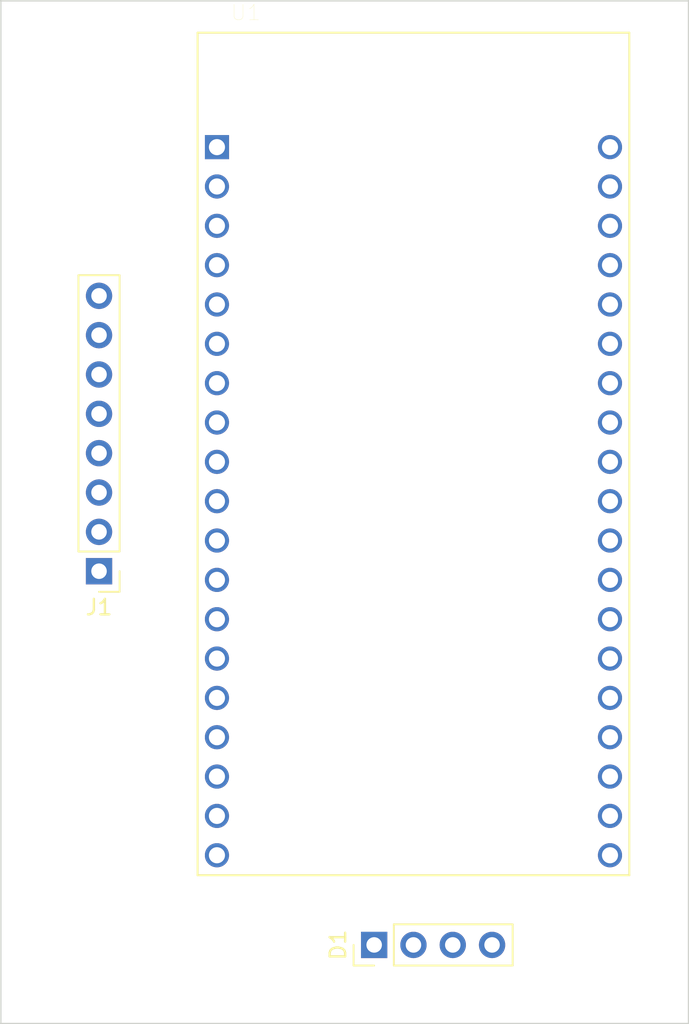
<source format=kicad_pcb>
(kicad_pcb (version 20171130) (host pcbnew "(5.1.6)-1")

  (general
    (thickness 1.6)
    (drawings 4)
    (tracks 0)
    (zones 0)
    (modules 3)
    (nets 40)
  )

  (page A4)
  (layers
    (0 F.Cu signal)
    (31 B.Cu signal)
    (32 B.Adhes user)
    (33 F.Adhes user)
    (34 B.Paste user)
    (35 F.Paste user)
    (36 B.SilkS user)
    (37 F.SilkS user)
    (38 B.Mask user)
    (39 F.Mask user)
    (40 Dwgs.User user)
    (41 Cmts.User user)
    (42 Eco1.User user)
    (43 Eco2.User user)
    (44 Edge.Cuts user)
    (45 Margin user)
    (46 B.CrtYd user)
    (47 F.CrtYd user)
    (48 B.Fab user)
    (49 F.Fab user)
  )

  (setup
    (last_trace_width 0.25)
    (trace_clearance 0.2)
    (zone_clearance 0.508)
    (zone_45_only no)
    (trace_min 0.2)
    (via_size 0.8)
    (via_drill 0.4)
    (via_min_size 0.4)
    (via_min_drill 0.3)
    (uvia_size 0.3)
    (uvia_drill 0.1)
    (uvias_allowed no)
    (uvia_min_size 0.2)
    (uvia_min_drill 0.1)
    (edge_width 0.05)
    (segment_width 0.2)
    (pcb_text_width 0.3)
    (pcb_text_size 1.5 1.5)
    (mod_edge_width 0.12)
    (mod_text_size 1 1)
    (mod_text_width 0.15)
    (pad_size 1.524 1.524)
    (pad_drill 0.762)
    (pad_to_mask_clearance 0.05)
    (aux_axis_origin 0 0)
    (grid_origin 242.57 12.7)
    (visible_elements 7FFFFFFF)
    (pcbplotparams
      (layerselection 0x010fc_ffffffff)
      (usegerberextensions false)
      (usegerberattributes true)
      (usegerberadvancedattributes true)
      (creategerberjobfile true)
      (excludeedgelayer true)
      (linewidth 0.100000)
      (plotframeref false)
      (viasonmask false)
      (mode 1)
      (useauxorigin false)
      (hpglpennumber 1)
      (hpglpenspeed 20)
      (hpglpendiameter 15.000000)
      (psnegative false)
      (psa4output false)
      (plotreference true)
      (plotvalue true)
      (plotinvisibletext false)
      (padsonsilk false)
      (subtractmaskfromsilk false)
      (outputformat 1)
      (mirror false)
      (drillshape 1)
      (scaleselection 1)
      (outputdirectory ""))
  )

  (net 0 "")
  (net 1 "Net-(D1-Pad4)")
  (net 2 "Net-(D1-Pad3)")
  (net 3 "Net-(D1-Pad2)")
  (net 4 "Net-(D1-Pad1)")
  (net 5 "Net-(J1-Pad7)")
  (net 6 "Net-(J1-Pad5)")
  (net 7 "Net-(J1-Pad4)")
  (net 8 "Net-(J1-Pad3)")
  (net 9 "Net-(J1-Pad2)")
  (net 10 "Net-(J1-Pad1)")
  (net 11 "Net-(J1-Pad8)")
  (net 12 "Net-(U1-Pad38)")
  (net 13 "Net-(U1-Pad37)")
  (net 14 "Net-(U1-Pad36)")
  (net 15 "Net-(U1-Pad35)")
  (net 16 "Net-(U1-Pad34)")
  (net 17 "Net-(U1-Pad33)")
  (net 18 "Net-(U1-Pad32)")
  (net 19 "Net-(U1-Pad31)")
  (net 20 "Net-(U1-Pad30)")
  (net 21 "Net-(U1-Pad29)")
  (net 22 "Net-(U1-Pad28)")
  (net 23 "Net-(U1-Pad27)")
  (net 24 "Net-(U1-Pad26)")
  (net 25 "Net-(U1-Pad25)")
  (net 26 "Net-(U1-Pad24)")
  (net 27 "Net-(U1-Pad23)")
  (net 28 "Net-(U1-Pad22)")
  (net 29 "Net-(U1-Pad21)")
  (net 30 "Net-(U1-Pad20)")
  (net 31 "Net-(U1-Pad17)")
  (net 32 "Net-(U1-Pad16)")
  (net 33 "Net-(U1-Pad12)")
  (net 34 "Net-(U1-Pad11)")
  (net 35 "Net-(U1-Pad10)")
  (net 36 "Net-(U1-Pad9)")
  (net 37 "Net-(U1-Pad8)")
  (net 38 "Net-(U1-Pad7)")
  (net 39 "Net-(U1-Pad6)")

  (net_class Default "This is the default net class."
    (clearance 0.2)
    (trace_width 0.25)
    (via_dia 0.8)
    (via_drill 0.4)
    (uvia_dia 0.3)
    (uvia_drill 0.1)
    (add_net "Net-(D1-Pad1)")
    (add_net "Net-(D1-Pad2)")
    (add_net "Net-(D1-Pad3)")
    (add_net "Net-(D1-Pad4)")
    (add_net "Net-(J1-Pad1)")
    (add_net "Net-(J1-Pad2)")
    (add_net "Net-(J1-Pad3)")
    (add_net "Net-(J1-Pad4)")
    (add_net "Net-(J1-Pad5)")
    (add_net "Net-(J1-Pad7)")
    (add_net "Net-(J1-Pad8)")
    (add_net "Net-(U1-Pad10)")
    (add_net "Net-(U1-Pad11)")
    (add_net "Net-(U1-Pad12)")
    (add_net "Net-(U1-Pad16)")
    (add_net "Net-(U1-Pad17)")
    (add_net "Net-(U1-Pad20)")
    (add_net "Net-(U1-Pad21)")
    (add_net "Net-(U1-Pad22)")
    (add_net "Net-(U1-Pad23)")
    (add_net "Net-(U1-Pad24)")
    (add_net "Net-(U1-Pad25)")
    (add_net "Net-(U1-Pad26)")
    (add_net "Net-(U1-Pad27)")
    (add_net "Net-(U1-Pad28)")
    (add_net "Net-(U1-Pad29)")
    (add_net "Net-(U1-Pad30)")
    (add_net "Net-(U1-Pad31)")
    (add_net "Net-(U1-Pad32)")
    (add_net "Net-(U1-Pad33)")
    (add_net "Net-(U1-Pad34)")
    (add_net "Net-(U1-Pad35)")
    (add_net "Net-(U1-Pad36)")
    (add_net "Net-(U1-Pad37)")
    (add_net "Net-(U1-Pad38)")
    (add_net "Net-(U1-Pad6)")
    (add_net "Net-(U1-Pad7)")
    (add_net "Net-(U1-Pad8)")
    (add_net "Net-(U1-Pad9)")
  )

  (module board:MODULE_ESP32-DEVKITC-32D (layer F.Cu) (tedit 5EE8BF49) (tstamp 5EE91F49)
    (at 269.24 41.91)
    (path /5EE9977B)
    (fp_text reference U1 (at -10.829175 -28.446045) (layer F.SilkS)
      (effects (font (size 1.000386 1.000386) (thickness 0.015)))
    )
    (fp_text value ESP32-DEVKITC-32D (at 1.24136 28.294535) (layer F.Fab)
      (effects (font (size 1.001047 1.001047) (thickness 0.015)))
    )
    (fp_line (start -13.95 -27.15) (end 13.95 -27.15) (layer F.Fab) (width 0.127))
    (fp_line (start 13.95 -27.15) (end 13.95 27.25) (layer F.Fab) (width 0.127))
    (fp_line (start 13.95 27.25) (end -13.95 27.25) (layer F.Fab) (width 0.127))
    (fp_line (start -13.95 27.25) (end -13.95 -27.15) (layer F.Fab) (width 0.127))
    (fp_line (start -13.95 27.25) (end -13.95 -27.15) (layer F.SilkS) (width 0.127))
    (fp_line (start -13.95 -27.15) (end 13.95 -27.15) (layer F.SilkS) (width 0.127))
    (fp_line (start 13.95 -27.15) (end 13.95 27.25) (layer F.SilkS) (width 0.127))
    (fp_line (start 13.95 27.25) (end -13.95 27.25) (layer F.SilkS) (width 0.127))
    (fp_line (start -14.2 -27.4) (end 14.2 -27.4) (layer F.CrtYd) (width 0.05))
    (fp_line (start 14.2 -27.4) (end 14.2 27.5) (layer F.CrtYd) (width 0.05))
    (fp_line (start 14.2 27.5) (end -14.2 27.5) (layer F.CrtYd) (width 0.05))
    (fp_line (start -14.2 27.5) (end -14.2 -27.4) (layer F.CrtYd) (width 0.05))
    (fp_circle (center -14.6 -19.9) (end -14.46 -19.9) (layer F.Fab) (width 0.28))
    (fp_circle (center -14.6 -19.9) (end -14.46 -19.9) (layer F.Fab) (width 0.28))
    (pad 38 thru_hole circle (at 12.7 25.96) (size 1.56 1.56) (drill 1.04) (layers *.Cu *.Mask)
      (net 12 "Net-(U1-Pad38)"))
    (pad 37 thru_hole circle (at 12.7 23.42) (size 1.56 1.56) (drill 1.04) (layers *.Cu *.Mask)
      (net 13 "Net-(U1-Pad37)"))
    (pad 36 thru_hole circle (at 12.7 20.88) (size 1.56 1.56) (drill 1.04) (layers *.Cu *.Mask)
      (net 14 "Net-(U1-Pad36)"))
    (pad 35 thru_hole circle (at 12.7 18.34) (size 1.56 1.56) (drill 1.04) (layers *.Cu *.Mask)
      (net 15 "Net-(U1-Pad35)"))
    (pad 34 thru_hole circle (at 12.7 15.8) (size 1.56 1.56) (drill 1.04) (layers *.Cu *.Mask)
      (net 16 "Net-(U1-Pad34)"))
    (pad 33 thru_hole circle (at 12.7 13.26) (size 1.56 1.56) (drill 1.04) (layers *.Cu *.Mask)
      (net 17 "Net-(U1-Pad33)"))
    (pad 32 thru_hole circle (at 12.7 10.72) (size 1.56 1.56) (drill 1.04) (layers *.Cu *.Mask)
      (net 18 "Net-(U1-Pad32)"))
    (pad 31 thru_hole circle (at 12.7 8.18) (size 1.56 1.56) (drill 1.04) (layers *.Cu *.Mask)
      (net 19 "Net-(U1-Pad31)"))
    (pad 30 thru_hole circle (at 12.7 5.64) (size 1.56 1.56) (drill 1.04) (layers *.Cu *.Mask)
      (net 20 "Net-(U1-Pad30)"))
    (pad 29 thru_hole circle (at 12.7 3.1) (size 1.56 1.56) (drill 1.04) (layers *.Cu *.Mask)
      (net 21 "Net-(U1-Pad29)"))
    (pad 28 thru_hole circle (at 12.7 0.56) (size 1.56 1.56) (drill 1.04) (layers *.Cu *.Mask)
      (net 22 "Net-(U1-Pad28)"))
    (pad 27 thru_hole circle (at 12.7 -1.98) (size 1.56 1.56) (drill 1.04) (layers *.Cu *.Mask)
      (net 23 "Net-(U1-Pad27)"))
    (pad 26 thru_hole circle (at 12.7 -4.52) (size 1.56 1.56) (drill 1.04) (layers *.Cu *.Mask)
      (net 24 "Net-(U1-Pad26)"))
    (pad 25 thru_hole circle (at 12.7 -7.06) (size 1.56 1.56) (drill 1.04) (layers *.Cu *.Mask)
      (net 25 "Net-(U1-Pad25)"))
    (pad 24 thru_hole circle (at 12.7 -9.6) (size 1.56 1.56) (drill 1.04) (layers *.Cu *.Mask)
      (net 26 "Net-(U1-Pad24)"))
    (pad 23 thru_hole circle (at 12.7 -12.14) (size 1.56 1.56) (drill 1.04) (layers *.Cu *.Mask)
      (net 27 "Net-(U1-Pad23)"))
    (pad 22 thru_hole circle (at 12.7 -14.68) (size 1.56 1.56) (drill 1.04) (layers *.Cu *.Mask)
      (net 28 "Net-(U1-Pad22)"))
    (pad 21 thru_hole circle (at 12.7 -17.22) (size 1.56 1.56) (drill 1.04) (layers *.Cu *.Mask)
      (net 29 "Net-(U1-Pad21)"))
    (pad 20 thru_hole circle (at 12.7 -19.76) (size 1.56 1.56) (drill 1.04) (layers *.Cu *.Mask)
      (net 30 "Net-(U1-Pad20)"))
    (pad 18 thru_hole circle (at -12.7 23.42) (size 1.56 1.56) (drill 1.04) (layers *.Cu *.Mask)
      (net 5 "Net-(J1-Pad7)"))
    (pad 17 thru_hole circle (at -12.7 20.88) (size 1.56 1.56) (drill 1.04) (layers *.Cu *.Mask)
      (net 31 "Net-(U1-Pad17)"))
    (pad 16 thru_hole circle (at -12.7 18.34) (size 1.56 1.56) (drill 1.04) (layers *.Cu *.Mask)
      (net 32 "Net-(U1-Pad16)"))
    (pad 15 thru_hole circle (at -12.7 15.8) (size 1.56 1.56) (drill 1.04) (layers *.Cu *.Mask)
      (net 10 "Net-(J1-Pad1)"))
    (pad 14 thru_hole circle (at -12.7 13.26) (size 1.56 1.56) (drill 1.04) (layers *.Cu *.Mask)
      (net 7 "Net-(J1-Pad4)"))
    (pad 13 thru_hole circle (at -12.7 10.72) (size 1.56 1.56) (drill 1.04) (layers *.Cu *.Mask)
      (net 9 "Net-(J1-Pad2)"))
    (pad 12 thru_hole circle (at -12.7 8.18) (size 1.56 1.56) (drill 1.04) (layers *.Cu *.Mask)
      (net 33 "Net-(U1-Pad12)"))
    (pad 11 thru_hole circle (at -12.7 5.64) (size 1.56 1.56) (drill 1.04) (layers *.Cu *.Mask)
      (net 34 "Net-(U1-Pad11)"))
    (pad 10 thru_hole circle (at -12.7 3.1) (size 1.56 1.56) (drill 1.04) (layers *.Cu *.Mask)
      (net 35 "Net-(U1-Pad10)"))
    (pad 9 thru_hole circle (at -12.7 0.56) (size 1.56 1.56) (drill 1.04) (layers *.Cu *.Mask)
      (net 36 "Net-(U1-Pad9)"))
    (pad 8 thru_hole circle (at -12.7 -1.98) (size 1.56 1.56) (drill 1.04) (layers *.Cu *.Mask)
      (net 37 "Net-(U1-Pad8)"))
    (pad 7 thru_hole circle (at -12.7 -4.52) (size 1.56 1.56) (drill 1.04) (layers *.Cu *.Mask)
      (net 38 "Net-(U1-Pad7)"))
    (pad 6 thru_hole circle (at -12.7 -7.06) (size 1.56 1.56) (drill 1.04) (layers *.Cu *.Mask)
      (net 39 "Net-(U1-Pad6)"))
    (pad 5 thru_hole circle (at -12.7 -9.6) (size 1.56 1.56) (drill 1.04) (layers *.Cu *.Mask)
      (net 3 "Net-(D1-Pad2)"))
    (pad 4 thru_hole circle (at -12.7 -12.14) (size 1.56 1.56) (drill 1.04) (layers *.Cu *.Mask)
      (net 2 "Net-(D1-Pad3)"))
    (pad 3 thru_hole circle (at -12.7 -14.68) (size 1.56 1.56) (drill 1.04) (layers *.Cu *.Mask)
      (net 1 "Net-(D1-Pad4)"))
    (pad 19 thru_hole circle (at -12.7 25.96) (size 1.56 1.56) (drill 1.04) (layers *.Cu *.Mask)
      (net 8 "Net-(J1-Pad3)"))
    (pad 2 thru_hole circle (at -12.7 -17.22) (size 1.56 1.56) (drill 1.04) (layers *.Cu *.Mask)
      (net 4 "Net-(D1-Pad1)"))
    (pad 1 thru_hole rect (at -12.7 -19.76) (size 1.56 1.56) (drill 1.04) (layers *.Cu *.Mask)
      (net 11 "Net-(J1-Pad8)"))
  )

  (module Connector_PinHeader_2.54mm:PinHeader_1x08_P2.54mm_Vertical (layer F.Cu) (tedit 59FED5CC) (tstamp 5EE91C30)
    (at 248.92 49.53 180)
    (descr "Through hole straight pin header, 1x08, 2.54mm pitch, single row")
    (tags "Through hole pin header THT 1x08 2.54mm single row")
    (path /5EE8F26F)
    (fp_text reference J1 (at 0 -2.33) (layer F.SilkS)
      (effects (font (size 1 1) (thickness 0.15)))
    )
    (fp_text value RFID-RC522 (at 0 20.11) (layer F.Fab)
      (effects (font (size 1 1) (thickness 0.15)))
    )
    (fp_line (start 1.8 -1.8) (end -1.8 -1.8) (layer F.CrtYd) (width 0.05))
    (fp_line (start 1.8 19.55) (end 1.8 -1.8) (layer F.CrtYd) (width 0.05))
    (fp_line (start -1.8 19.55) (end 1.8 19.55) (layer F.CrtYd) (width 0.05))
    (fp_line (start -1.8 -1.8) (end -1.8 19.55) (layer F.CrtYd) (width 0.05))
    (fp_line (start -1.33 -1.33) (end 0 -1.33) (layer F.SilkS) (width 0.12))
    (fp_line (start -1.33 0) (end -1.33 -1.33) (layer F.SilkS) (width 0.12))
    (fp_line (start -1.33 1.27) (end 1.33 1.27) (layer F.SilkS) (width 0.12))
    (fp_line (start 1.33 1.27) (end 1.33 19.11) (layer F.SilkS) (width 0.12))
    (fp_line (start -1.33 1.27) (end -1.33 19.11) (layer F.SilkS) (width 0.12))
    (fp_line (start -1.33 19.11) (end 1.33 19.11) (layer F.SilkS) (width 0.12))
    (fp_line (start -1.27 -0.635) (end -0.635 -1.27) (layer F.Fab) (width 0.1))
    (fp_line (start -1.27 19.05) (end -1.27 -0.635) (layer F.Fab) (width 0.1))
    (fp_line (start 1.27 19.05) (end -1.27 19.05) (layer F.Fab) (width 0.1))
    (fp_line (start 1.27 -1.27) (end 1.27 19.05) (layer F.Fab) (width 0.1))
    (fp_line (start -0.635 -1.27) (end 1.27 -1.27) (layer F.Fab) (width 0.1))
    (fp_text user %R (at 0 8.89 90) (layer F.Fab)
      (effects (font (size 1 1) (thickness 0.15)))
    )
    (pad 8 thru_hole oval (at 0 17.78 180) (size 1.7 1.7) (drill 1) (layers *.Cu *.Mask)
      (net 11 "Net-(J1-Pad8)"))
    (pad 7 thru_hole oval (at 0 15.24 180) (size 1.7 1.7) (drill 1) (layers *.Cu *.Mask)
      (net 5 "Net-(J1-Pad7)"))
    (pad 6 thru_hole oval (at 0 12.7 180) (size 1.7 1.7) (drill 1) (layers *.Cu *.Mask)
      (net 4 "Net-(D1-Pad1)"))
    (pad 5 thru_hole oval (at 0 10.16 180) (size 1.7 1.7) (drill 1) (layers *.Cu *.Mask)
      (net 6 "Net-(J1-Pad5)"))
    (pad 4 thru_hole oval (at 0 7.62 180) (size 1.7 1.7) (drill 1) (layers *.Cu *.Mask)
      (net 7 "Net-(J1-Pad4)"))
    (pad 3 thru_hole oval (at 0 5.08 180) (size 1.7 1.7) (drill 1) (layers *.Cu *.Mask)
      (net 8 "Net-(J1-Pad3)"))
    (pad 2 thru_hole oval (at 0 2.54 180) (size 1.7 1.7) (drill 1) (layers *.Cu *.Mask)
      (net 9 "Net-(J1-Pad2)"))
    (pad 1 thru_hole rect (at 0 0 180) (size 1.7 1.7) (drill 1) (layers *.Cu *.Mask)
      (net 10 "Net-(J1-Pad1)"))
    (model ${KISYS3DMOD}/Connector_PinHeader_2.54mm.3dshapes/PinHeader_1x08_P2.54mm_Vertical.wrl
      (at (xyz 0 0 0))
      (scale (xyz 1 1 1))
      (rotate (xyz 0 0 0))
    )
  )

  (module Connector_PinHeader_2.54mm:PinHeader_1x04_P2.54mm_Vertical (layer F.Cu) (tedit 59FED5CC) (tstamp 5EE91C15)
    (at 266.7 73.66 90)
    (descr "Through hole straight pin header, 1x04, 2.54mm pitch, single row")
    (tags "Through hole pin header THT 1x04 2.54mm single row")
    (path /5EEA7B0B)
    (fp_text reference D1 (at 0 -2.33 90) (layer F.SilkS)
      (effects (font (size 1 1) (thickness 0.15)))
    )
    (fp_text value LED_ARBG (at 0 9.95 90) (layer F.Fab)
      (effects (font (size 1 1) (thickness 0.15)))
    )
    (fp_line (start 1.8 -1.8) (end -1.8 -1.8) (layer F.CrtYd) (width 0.05))
    (fp_line (start 1.8 9.4) (end 1.8 -1.8) (layer F.CrtYd) (width 0.05))
    (fp_line (start -1.8 9.4) (end 1.8 9.4) (layer F.CrtYd) (width 0.05))
    (fp_line (start -1.8 -1.8) (end -1.8 9.4) (layer F.CrtYd) (width 0.05))
    (fp_line (start -1.33 -1.33) (end 0 -1.33) (layer F.SilkS) (width 0.12))
    (fp_line (start -1.33 0) (end -1.33 -1.33) (layer F.SilkS) (width 0.12))
    (fp_line (start -1.33 1.27) (end 1.33 1.27) (layer F.SilkS) (width 0.12))
    (fp_line (start 1.33 1.27) (end 1.33 8.95) (layer F.SilkS) (width 0.12))
    (fp_line (start -1.33 1.27) (end -1.33 8.95) (layer F.SilkS) (width 0.12))
    (fp_line (start -1.33 8.95) (end 1.33 8.95) (layer F.SilkS) (width 0.12))
    (fp_line (start -1.27 -0.635) (end -0.635 -1.27) (layer F.Fab) (width 0.1))
    (fp_line (start -1.27 8.89) (end -1.27 -0.635) (layer F.Fab) (width 0.1))
    (fp_line (start 1.27 8.89) (end -1.27 8.89) (layer F.Fab) (width 0.1))
    (fp_line (start 1.27 -1.27) (end 1.27 8.89) (layer F.Fab) (width 0.1))
    (fp_line (start -0.635 -1.27) (end 1.27 -1.27) (layer F.Fab) (width 0.1))
    (fp_text user %R (at 0 3.81) (layer F.Fab)
      (effects (font (size 1 1) (thickness 0.15)))
    )
    (pad 4 thru_hole oval (at 0 7.62 90) (size 1.7 1.7) (drill 1) (layers *.Cu *.Mask)
      (net 1 "Net-(D1-Pad4)"))
    (pad 3 thru_hole oval (at 0 5.08 90) (size 1.7 1.7) (drill 1) (layers *.Cu *.Mask)
      (net 2 "Net-(D1-Pad3)"))
    (pad 2 thru_hole oval (at 0 2.54 90) (size 1.7 1.7) (drill 1) (layers *.Cu *.Mask)
      (net 3 "Net-(D1-Pad2)"))
    (pad 1 thru_hole rect (at 0 0 90) (size 1.7 1.7) (drill 1) (layers *.Cu *.Mask)
      (net 4 "Net-(D1-Pad1)"))
    (model ${KISYS3DMOD}/Connector_PinHeader_2.54mm.3dshapes/PinHeader_1x04_P2.54mm_Vertical.wrl
      (at (xyz 0 0 0))
      (scale (xyz 1 1 1))
      (rotate (xyz 0 0 0))
    )
  )

  (gr_line (start 287.02 12.7) (end 287.02 78.74) (layer Edge.Cuts) (width 0.1))
  (gr_line (start 242.57 12.7) (end 287.02 12.7) (layer Edge.Cuts) (width 0.1))
  (gr_line (start 242.57 78.74) (end 242.57 12.7) (layer Edge.Cuts) (width 0.1))
  (gr_line (start 287.02 78.74) (end 242.57 78.74) (layer Edge.Cuts) (width 0.1))

)

</source>
